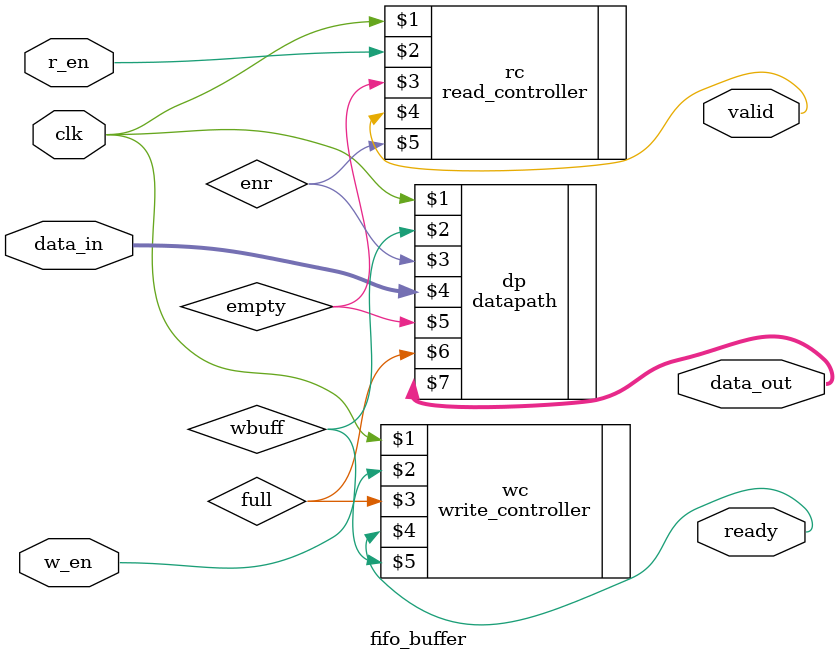
<source format=v>
module fifo_buffer #(parameter DATA_WIDTH = 16,ADDR_WIDTH = 3,PAR_WRITE = 1,PAR_READ = 1) 
    (clk,w_en,r_en,data_in,ready,valid,data_out);
    input clk,w_en,r_en;
    input [DATA_WIDTH*PAR_WRITE -1 :0] data_in;
    output ready,valid;
    output [DATA_WIDTH*PAR_READ -1:0] data_out;   

    wire enr,wbuff;

    datapath #(DATA_WIDTH,ADDR_WIDTH,PAR_WRITE,PAR_READ) dp (clk,wbuff,enr,data_in,empty,full,data_out);
    write_controller wc(clk, w_en, full,ready, wbuff);
    read_controller rc(clk, r_en, empty,valid, enr);      
endmodule
</source>
